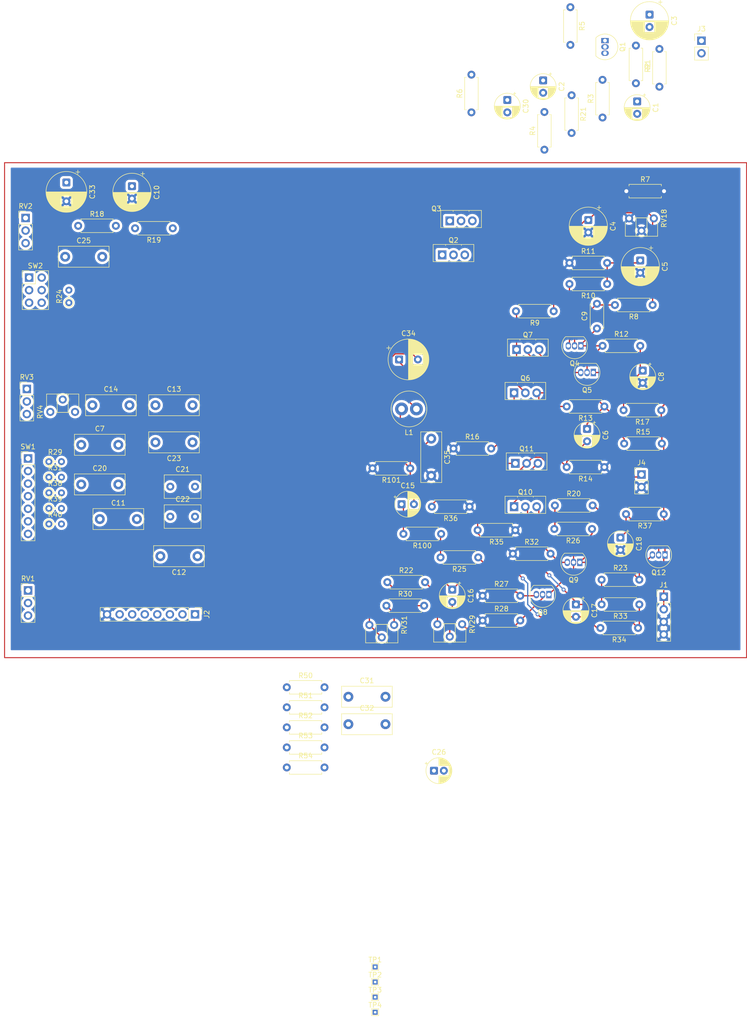
<source format=kicad_pcb>
(kicad_pcb (version 20241229) (generator "pcbnew") (generator_version "9.0")
  (title_block (date "2025-07-11"))
  (layers (0 "F.Cu" signal) (2 "B.Cu" power) (13 "F.Paste" user) (15 "B.Paste" user) (5 "F.SilkS" user "F.Silkscreen") (7 "B.SilkS" user "B.Silkscreen") (1 "F.Mask" user) (3 "B.Mask" user) (25 "Edge.Cuts" user))
  (net 0 "")
  (net 1 "Net-(J3-Pin_1)")
  (net 2 "Net-(Q1-B)")
  (net 3 "Net-(Q2-C)")
  (net 4 "Net-(Q3-B)")
  (net 5 "Net-(Q1-C)")
  (net 6 "GND")
  (net 7 "Net-(C4-Pad1)")
  (net 8 "Net-(C5-Pad1)")
  (net 9 "Net-(Q6-B)")
  (net 10 "Net-(Q7-C)")
  (net 11 "Net-(C7-Pad1)")
  (net 12 "Net-(J2-Pin_6)")
  (net 13 "Net-(Q5-C)")
  (net 14 "Net-(Q4-B)")
  (net 15 "Net-(Q4-C)")
  (net 16 "Net-(C10-Pad1)")
  (net 17 "Net-(C11-Pad2)")
  (net 18 "Net-(J2-Pin_2)")
  (net 19 "Net-(C12-Pad1)")
  (net 20 "Net-(J2-Pin_3)")
  (net 21 "Net-(J2-Pin_4)")
  (net 22 "Net-(C13-Pad1)")
  (net 23 "Net-(C14-Pad1)")
  (net 24 "Net-(J2-Pin_5)")
  (net 25 "Net-(C15-Pad2)")
  (net 26 "Net-(C15-Pad1)")
  (net 27 "Net-(C16-Pad2)")
  (net 28 "Net-(J4-Pin_1)")
  (net 29 "Net-(Q10-C)")
  (net 30 "Net-(Q11-B)")
  (net 31 "Net-(Q12-B)")
  (net 32 "Net-(C20-Pad1)")
  (net 33 "Net-(J2-Pin_7)")
  (net 34 "Net-(C25-Pad1)")
  (net 35 "Net-(C25-Pad2)")
  (net 36 "Net-(Q2-E)")
  (net 37 "Net-(C30-Pad2)")
  (net 38 "Net-(C31-Pad1)")
  (net 39 "Net-(C31-Pad2)")
  (net 40 "Net-(C32-Pad2)")
  (net 41 "Net-(Q6-C)")
  (net 42 "Net-(C34-Pad2)")
  (net 43 "+24V")
  (net 44 "Net-(Q1-E)")
  (net 45 "Net-(Q3-E)")
  (net 46 "Net-(Q4-E)")
  (net 47 "Net-(Q5-E)")
  (net 48 "Net-(Q6-E)")
  (net 49 "Net-(Q8-E)")
  (net 50 "Net-(Q8-B)")
  (net 51 "Net-(Q8-C)")
  (net 52 "Net-(Q12-E)")
  (net 53 "Net-(Q10-B)")
  (net 54 "Net-(Q11-E)")
  (net 55 "Net-(R21-Pad2)")
  (net 56 "Net-(R18-Pad2)")
  (net 57 "Net-(SW2B-B)")
  (net 58 "Net-(R20-Pad1)")
  (net 59 "Net-(R22-Pad2)")
  (net 60 "Net-(R22-Pad1)")
  (net 61 "Net-(R23-Pad1)")
  (net 62 "Net-(SW2A-C)")
  (net 63 "Net-(SW2A-A)")
  (net 64 "Net-(R100-Pad1)")
  (net 65 "Net-(R30-Pad1)")
  (net 66 "Net-(SW2A-B)")
  (net 67 "Net-(RV3-Pad2)")
  (net 68 "Net-(RV4-Pad2)")
  (footprint "Capacitor_THT:C_Rect_L10.0mm_W4.0mm_P7.50mm_MKS4" (layer "F.Cu") (at 168.25 95.75 -90)
    (property "Reference" "C35")
    (property "Value" "10n")
  )
  (footprint "Resistor_THT:R_Axial_DIN0207_L6.3mm_D2.5mm_P7.62mm_Horizontal" (layer "F.Cu") (at 209.625 16.330112 -90)
    (property "Reference" "R1")
    (property "Value" "10k")
  )
  (footprint "Resistor_THT:R_Axial_DIN0207_L6.3mm_D2.5mm_P7.62mm_Horizontal" (layer "F.Cu") (at 170.25 115 180)
    (property "Reference" "R100")
    (property "Value" "1k3")
  )
  (footprint "TestPoint:TestPoint_THTPad_1.0x1.0mm_Drill0.5mm" (layer "F.Cu") (at 156.91 202.49)
    (property "Reference" "TP1")
    (property "Value" "1.1V")
  )
  (footprint "Connector_PinHeader_2.54mm:PinHeader_1x03_P2.54mm_Vertical" (layer "F.Cu") (at 86.75 126.42)
    (property "Reference" "RV1")
    (property "Value" "10k")
  )
  (footprint "Capacitor_THT:CP_Radial_D8.0mm_P3.80mm" (layer "F.Cu") (at 161.75 79.75)
    (property "Reference" "C34")
    (property "Value" "100u")
  )
  (footprint "Package_TO_SOT_THT:TO-126-3_Vertical" (layer "F.Cu") (at 185 109.5)
    (property "Reference" "Q10")
    (property "Value" "BD139")
  )
  (footprint "Resistor_THT:R_Axial_DIN0204_L3.6mm_D1.6mm_P2.54mm_Vertical" (layer "F.Cu") (at 90.96 103.55)
    (property "Reference" "R31")
    (property "Value" "4M7")
  )
  (footprint "Resistor_THT:R_Axial_DIN0207_L6.3mm_D2.5mm_P7.62mm_Horizontal" (layer "F.Cu") (at 178.63 127.5)
    (property "Reference" "R27")
    (property "Value" "39k")
  )
  (footprint "Capacitor_THT:CP_Radial_D5.0mm_P2.50mm" (layer "F.Cu") (at 197.5 129.25 -90)
    (property "Reference" "C17")
    (property "Value" "10u")
  )
  (footprint "Connector_PinHeader_2.54mm:PinHeader_1x03_P2.54mm_Vertical" (layer "F.Cu") (at 86.25 51.17)
    (property "Reference" "RV2")
    (property "Value" "2k5")
  )
  (footprint "Resistor_THT:R_Axial_DIN0207_L6.3mm_D2.5mm_P7.62mm_Horizontal" (layer "F.Cu") (at 139.05 145.99)
    (property "Reference" "R50")
    (property "Value" "750R")
  )
  (footprint "Resistor_THT:R_Axial_DIN0207_L6.3mm_D2.5mm_P7.62mm_Horizontal" (layer "F.Cu") (at 196.19 60.25)
    (property "Reference" "R11")
    (property "Value" "2k")
  )
  (footprint "Capacitor_THT:C_Rect_L10.0mm_W4.0mm_P7.50mm_MKS4" (layer "F.Cu") (at 99.75 89)
    (property "Reference" "C14")
    (property "Value" "100n")
  )
  (footprint "Resistor_THT:R_Axial_DIN0204_L3.6mm_D1.6mm_P2.54mm_Vertical" (layer "F.Cu") (at 90.96 106.7)
    (property "Reference" "R38")
    (property "Value" "4M7")
  )
  (footprint "TestPoint:TestPoint_THTPad_1.0x1.0mm_Drill0.5mm" (layer "F.Cu") (at 156.91 205.54)
    (property "Reference" "TP2")
    (property "Value" "TRIM/SYM")
  )
  (footprint "Resistor_THT:R_Axial_DIN0207_L6.3mm_D2.5mm_P7.62mm_Horizontal" (layer "F.Cu") (at 176 109.5 180)
    (property "Reference" "R36")
    (property "Value" "10R")
  )
  (footprint "Capacitor_THT:C_Rect_L10.0mm_W4.0mm_P7.50mm_MKS4" (layer "F.Cu") (at 121 119.5 180)
    (property "Reference" "C12")
    (property "Value" "33n")
  )
  (footprint "TestPoint:TestPoint_THTPad_1.0x1.0mm_Drill0.5mm" (layer "F.Cu") (at 156.91 211.64)
    (property "Reference" "TP4")
    (property "Value" "GND")
  )
  (footprint "Resistor_THT:R_Axial_DIN0207_L6.3mm_D2.5mm_P7.62mm_Horizontal" (layer "F.Cu") (at 193 70 180)
    (property "Reference" "R9")
    (property "Value" "3k9")
  )
  (footprint "Capacitor_THT:CP_Radial_D8.0mm_P3.80mm" (layer "F.Cu") (at 94.5 44 -90)
    (property "Reference" "C33")
    (property "Value" "100u")
  )
  (footprint "Connector_PinHeader_2.54mm:PinHeader_1x07_P2.54mm_Vertical" (layer "F.Cu") (at 86.75 99.76)
    (property "Reference" "SW1")
    (property "Value" "SW_Rotary_2x6")
  )
  (footprint "Capacitor_THT:CP_Radial_D5.0mm_P2.50mm" (layer "F.Cu") (at 183.625 27.330112 -90)
    (property "Reference" "C30")
    (property "Value" "22u")
  )
  (footprint "Resistor_THT:R_Axial_DIN0207_L6.3mm_D2.5mm_P7.62mm_Horizontal" (layer "F.Cu") (at 176.375 29.830112 90)
    (property "Reference" "R6")
    (property "Value" "30R")
  )
  (footprint "Capacitor_THT:C_Rect_L10.0mm_W4.0mm_P7.50mm_MKS4" (layer "F.Cu") (at 151.5 147.9)
    (property "Reference" "C31")
    (property "Value" "470n")
  )
  (footprint "Potentiometer_THT:Potentiometer_ACP_CA6-H2,5_Horizontal" (layer "F.Cu") (at 91.25 90.35 90)
    (property "Reference" "RV4")
    (property "Value" "5k")
  )
  (footprint "Resistor_THT:R_Axial_DIN0207_L6.3mm_D2.5mm_P7.62mm_Horizontal" (layer "F.Cu") (at 164 101.75 180)
    (property "Reference" "R101")
    (property "Value" "620R")
  )
  (footprint "Resistor_THT:R_Axial_DIN0204_L3.6mm_D1.6mm_P2.54mm_Vertical" (layer "F.Cu") (at 90.96 109.85)
    (property "Reference" "R39")
    (property "Value" "4M7")
  )
  (footprint "Capacitor_THT:CP_Radial_D5.0mm_P2.50mm" (layer "F.Cu") (at 172.5 126.25 -90)
    (property "Reference" "C16")
    (property "Value" "22u")
  )
  (footprint "Package_TO_SOT_THT:TO-92_Inline" (layer "F.Cu") (at 201.02 82.39 180)
    (property "Reference" "Q5")
    (property "Value" "BC549")
  )
  (footprint "Package_TO_SOT_THT:TO-92_Inline" (layer "F.Cu") (at 203.375 15.330112 -90)
    (property "Reference" "Q1")
    (property "Value" "BC549")
  )
  (footprint "Capacitor_THT:CP_Radial_D7.5mm_P2.50mm" (layer "F.Cu") (at 200 51.588606 -90)
    (property "Reference" "C4")
    (property "Value" "47u")
  )
  (footprint "Resistor_THT:R_Axial_DIN0207_L6.3mm_D2.5mm_P7.62mm_Horizontal" (layer "F.Cu") (at 139.05 150.04)
    (property "Reference" "R51")
    (property "Value" "750R")
  )
  (footprint "Resistor_THT:R_Axial_DIN0207_L6.3mm_D2.5mm_P7.62mm_Horizontal" (layer "F.Cu") (at 203.25 101.5 180)
    (property "Reference" "R14")
    (property "Value" "820R")
  )
  (footprint "Capacitor_THT:C_Rect_L10.0mm_W4.0mm_P7.50mm_MKS4" (layer "F.Cu") (at 120 96.5 180)
    (property "Reference" "C23")
    (property "Value" "10n")
  )
  (footprint "Resistor_THT:R_Axial_DIN0207_L6.3mm_D2.5mm_P7.62mm_Horizontal" (layer "F.Cu") (at 159.38 124.75)
    (property "Reference" "R22")
    (property "Value" "1k2")
  )
  (footprint "Resistor_THT:R_Axial_DIN0204_L3.6mm_D1.6mm_P2.54mm_Vertical" (layer "F.Cu") (at 90.96 100.4)
    (property "Reference" "R29")
    (property "Value" "4M7")
  )
  (footprint "Capacitor_THT:CP_Radial_D7.5mm_P2.50mm" (layer "F.Cu") (at 107.75 44.75 -90)
    (property "Reference" "C10")
    (property "Value" "47u")
  )
  (footprint "Capacitor_THT:C_Rect_L10.0mm_W4.0mm_P7.50mm_MKS4" (layer "F.Cu") (at 97.5 97)
    (property "Reference" "C7")
    (property "Value" "150n")
  )
  (footprint "Package_TO_SOT_THT:TO-126-3_Vertical" (layer "F.Cu") (at 170.47 58.625)
    (property "Reference" "Q2")
    (property "Value" "BD139")
  )
  (footprint "Resistor_THT:R_Axial_DIN0207_L6.3mm_D2.5mm_P7.62mm_Horizontal" (layer "F.Cu") (at 202.875 30.875 90)
    (property "Reference" "R3")
    (property "Value" "15k")
  )
  (footprint "Resistor_THT:R_Axial_DIN0204_L3.6mm_D1.6mm_P2.54mm_Vertical" (layer "F.Cu") (at 90.96 113)
    (property "Reference" "R40")
    (property "Value" "4M7")
  )
  (footprint "Inductor_THT:L_Radial_D7.0mm_P3.00mm" (layer "F.Cu") (at 165.25 89.75 180)
    (property "Reference" "L1")
    (property "Value" "5m6")
  )
  (footprint "Resistor_THT:R_Axial_DIN0207_L6.3mm_D2.5mm_P7.62mm_Horizontal" (layer "F.Cu") (at 210.31 129.25 180)
    (property "Reference" "R33")
    (property "Value" "10R")
  )
  (footprint "Resistor_THT:R_Axial_DIN0207_L6.3mm_D2.5mm_P7.62mm_Horizontal" (layer "F.Cu") (at 207.25 96.75)
    (property "Reference" "R15")
    (property "Value" "51R")
  )
  (footprint "Capacitor_THT:C_Disc_D4.7mm_W2.5mm_P5.00mm" (layer "F.Cu") (at 201.75 73.5 90)
    (property "Reference" "C9")
    (property "Value" "47p")
  )
  (footprint "Package_TO_SOT_THT:TO-92_Inline" (layer "F.Cu") (at 215.5 119.25 180)
    (property "Reference" "Q12")
    (property "Value" "BC549")
  )
  (footprint "Resistor_THT:R_Axial_DIN0204_L3.6mm_D1.6mm_P2.54mm_Vertical" (layer "F.Cu") (at 95 68.29 90)
    (property "Reference" "R24")
    (property "Value" "4M7")
  )
  (footprint "Capacitor_THT:C_Rect_L10.0mm_W4.0mm_P7.50mm_MKS4" (layer "F.Cu") (at 101.25 112)
    (property "Reference" "C11")
    (property "Value" "22n")
  )
  (footprint "Resistor_THT:R_Axial_DIN0207_L6.3mm_D2.5mm_P7.62mm_Horizontal" (layer "F.Cu") (at 159.19 129.5)
    (property "Reference" "R30")
    (property "Value" "1k2")
  )
  (footprint "Capacitor_THT:C_Rect_L7.2mm_W4.5mm_P5.00mm_FKS2_FKP2_MKS2_MKP2" (layer "F.Cu") (at 115.5 105.45)
    (property "Reference" "C21")
    (property "Value" "4n7")
  )
  (footprint "Resistor_THT:R_Axial_DIN0207_L6.3mm_D2.5mm_P7.62mm_Horizontal" (layer "F.Cu") (at 202.88 77)
    (property "Reference" "R12")
    (property "Value" "68k")
  )
  (footprint "Connector_PinHeader_2.54mm:PinHeader_1x08_P2.54mm_Vertical" (layer "F.Cu") (at 120.5 131.25 -90)
    (property "Reference" "J2")
    (property "Value" "Conn_01x08_Pin")
  )
  (footprint "Connector_PinHeader_2.54mm:PinHeader_1x02_P2.54mm_Vertical" (layer "F.Cu") (at 210.75 103)
    (property "Reference" "J4")
    (property "Value" "AUDIO_OUT")
  )
  (footprint "Resistor_THT:R_Axial_DIN0207_L6.3mm_D2.5mm_P7.62mm_Horizontal" (layer "F.Cu") (at 203.81 64.5 180)
    (property "Reference" "R10")
    (property "Value" "100R")
  )
  (footprint "Resistor_THT:R_Axial_DIN0207_L6.3mm_D2.5mm_P7.62mm_Horizontal" (layer "F.Cu") (at 214.75 90 180)
    (property "Reference" "R17")
    (property "Value" "100R")
  )
  (footprint "Resistor_THT:R_Axial_DIN0207_L6.3mm_D2.5mm_P7.62mm_Horizontal" (layer "F.Cu") (at 116 53.25 180)
    (property "Reference" "R19")
    (property "Value" "1k2")
  )
  (footprint "Resistor_THT:R_Axial_DIN0207_L6.3mm_D2.5mm_P7.62mm_Horizontal" (layer "F.Cu") (at 213 68.75 180)
    (property "Reference" "R8")
    (property "Value" "6k2")
  )
  (footprint "Capacitor_THT:C_Rect_L10.0mm_W4.0mm_P7.50mm_MKS4" (layer "F.Cu") (at 94.25 59)
    (property "Reference" "C25")
    (property "Value" "10n")
  )
  (footprint "Resistor_THT:R_Axial_DIN0207_L6.3mm_D2.5mm_P7.62mm_Horizontal" (layer "F.Cu") (at 207.69 45.75)
    (property "Reference" "R7")
    (property "Value" "33R")
  )
  (footprint "Connector_PinHeader_2.54mm:PinHeader_1x03_P2.54mm_Vertical" (layer "F.Cu") (at 86.5 85.71)
    (property "Reference" "RV3")
    (property "Value" "100k")
  )
  (footprint "Capacitor_THT:CP_Radial_D5.0mm_P2.50mm" (layer "F.Cu") (at 209.875 27.625 -90)
    (property "Reference" "C1")
    (property "Value" "4u7")
  )
  (footprint "Resistor_THT:R_Axial_DIN0207_L6.3mm_D2.5mm_P7.62mm_Horizontal" (layer "F.Cu") (at 214.375 24.640112 90)
    (property "Reference" "R2")
    (property "Value" "12k")
  )
  (footprint "Resistor_THT:R_Axial_DIN0207_L6.3mm_D2.5mm_P7.62mm_Horizontal" (layer "F.Cu") (at 172.75 97.75)
    (property "Reference" "R16")
    (property "Value" "22R")
  )
  (footprint "Resistor_THT:R_Axial_DIN0207_L6.3mm_D2.5mm_P7.62mm_Horizontal" (layer "F.Cu") (at 139.05 154.09)
    (property "Reference" "R52")
    (property "Value" "1k3")
  )
  (footprint "Package_TO_SOT_THT:TO-126-3_Vertical" (layer "F.Cu") (at 185.25 100.75)
    (property "Reference" "Q11")
    (property "Value" "BD139")
  )
  (footprint "Capacitor_THT:C_Rect_L10.0mm_W4.0mm_P7.50mm_MKS4" (layer "F.Cu") (at 151.5 153.45)
    (property "Reference" "C32")
    (property "Value" "470n")
  )
  (footprint "Resistor_THT:R_Axial_DIN0207_L6.3mm_D2.5mm_P7.62mm_Horizontal" (layer "F.Cu") (at 193.25 109.25)
    (property "Reference" "R20")
    (property "Value" "100k")
  )
  (footprint "Potentiometer_THT:Potentiometer_ACP_CA6-H2,5_Horizontal" (layer "F.Cu") (at 174.5 133.25 -90)
    (property "Reference" "RV29")
    (property "Value" "5k")
  )
  (footprint "Resistor_THT:R_Axial_DIN0207_L6.3mm_D2.5mm_P7.62mm_Horizontal" (layer "F.Cu") (at 139.05 158.14)
    (property "Reference" "R53")
    (property "Value" "3k3")
  )
  (footprint "Capacitor_THT:CP_Radial_D5.0mm_P2.50mm" (layer "F.Cu") (at 190.875 23.375 -90)
    (property "Reference" "C2")
    (property "Value" "4u7")
  )
  (footprint "Capacitor_THT:CP_Radial_D5.0mm_P2.00mm" (layer "F.Cu") (at 168.79955 162.84)
    (property "Reference" "C26")
    (property "Value" "4u7")
  )
  (footprint "Package_TO_SOT_THT:TO-126-3_Vertical" (layer "F.Cu") (at 185 86.5)
    (property "Reference" "Q6")
    (property "Value" "BD139")
  )
  (footprint "Resistor_THT:R_Axial_DIN0207_L6.3mm_D2.5mm_P7.62mm_Horizontal" (layer "F.Cu") (at 96.88 52.75)
    (property "Reference" "R18")
    (property "Value" "1k3")
  )
  (footprint "Capacitor_THT:CP_Radial_D5.0mm_P2.50mm" (layer "F.Cu") (at 211 82 -90)
    (property "Reference" "C8")
    (property "Value" "22u")
  )
  (footprint "Resistor_THT:R_Axial_DIN0207_L6.3mm_D2.5mm_P7.62mm_Horizontal" (layer "F.Cu") (at 177.75 119.75 180)
    (property "Reference" "R25")
    (property "Value" "12k")
  )
  (footprint "Resistor_THT:R_Axial_DIN0207_L6.3mm_D2.5mm_P7.62mm_Horizontal" (layer "F.Cu") (at 139.05 162.19)
    (property "Reference" "R54")
    (property "Value" "1k3")
  )
  (footprint "Package_TO_SOT_THT:TO-92_Inline" (layer "F.Cu") (at 198.29 120.75 180)
    (property "Reference" "Q9")
    (property "Value" "BC549")
  )
  (footprint "Capacitor_THT:C_Rect_L10.0mm_W4.0mm_P7.50mm_MKS4" (layer "F.Cu") (at 97.5 105)
    (property "Reference" "C20")
    (property "Value" "220n")
  )
  (footprint "Resistor_THT:R_Axial_DIN0207_L6.3mm_D2.5mm_P7.62mm_Horizontal" (layer "F.Cu") (at 184.75 119)
    (property "Reference" "R32")
    (property "Value" "51k")
  )
  (footprint "Connector_PinHeader_2.54mm:PinHeader_1x04_P2.54mm_Vertical" (layer "F.Cu") (at 215.25 127.69)
    (property "Reference" "J1")
    (property "Value" "PWR_IN")
  )
  (footprint "Capacitor_THT:CP_Radial_D5.0mm_P2.50mm" (layer "F.Cu") (at 199.75 93.794888 -90)
    (property "Reference" "C6")
    (property "Value" "4u7")
  )
  (footprint "Connector_PinHeader_2.54mm:PinHeader_2x03_P2.54mm_Vertical" (layer "F.Cu") (at 86.96 63.21)
    (property "Reference" "SW2")
    (property "Value" "SW_DPDT_x2")
  )
  (footprint "Capacitor_THT:C_Rect_L7.2mm_W4.5mm_P5.00mm_FKS2_FKP2_MKS2_MKP2" (layer "F.Cu") (at 115.5 111.5)
    (property "Reference" "C22")
    (property "Value" "4n7")
  )
  (footprint "Resistor_THT:R_Axial_DIN0207_L6.3mm_D2.5mm_P7.62mm_Horizontal" (layer "F.Cu") (at 210.06 134 180)
    (property "Reference" "R34")
    (property "Value" "12k")
  )
  (footprint "Potentiometer_THT:Potentiometer_ACP_CA6-H2,5_Horizontal" (layer "F.Cu") (at 213.25 51.25 -90)
    (property "Reference" "RV18")
    (property "Value" "5k")
  )
  (footprint "Resistor_THT:R_Axial_DIN0207_L6.3mm_D2.5mm_P7.62mm_Horizontal" (layer "F.Cu") (at 200.75 114 180)
    (property "Reference" "R26")
    (property "Value" "100k")
  )
  (footprint "Package_TO_SOT_THT:TO-126-3_Vertical" (layer "F.Cu") (at 185.5 77.75)
    (property "Reference" "Q7")
    (property "Value" "BD139")
  )
  (footprint "Capacitor_THT:CP_Radial_D7.5mm_P2.50mm" (layer "F.Cu") (at 210.5 59.75 -90)
    (property "Reference" "C5")
    (property "Value" "47u")
  )
  (footprint "TestPoint:TestPoint_THTPad_1.0x1.0mm_Drill0.5mm" (layer "F.Cu") (at 156.91 208.59)
    (property "Reference" "TP3")
    (property "Value" "24V")
  )
  (footprint "Resistor_THT:R_Axial_DIN0207_L6.3mm_D2.5mm_P7.62mm_Horizontal" (layer "F.Cu") (at 203.25 89.25 180)
    (property "Reference" "R13")
    (property "Value" "20k")
  )
  (footprint "Potentiometer_THT:Potentiometer_ACP_CA6-H2,5_Horizontal" (layer "F.Cu") (at 160.75 133.4 -90)
    (property "Reference" "RV31")
    (property "Value" "5k")
  )
  (footprint "Capacitor_THT:CP_Radial_D7.5mm_P2.50mm" (layer "F.Cu") (at 212.375 10.080112 -90)
    (property "Reference" "C3")
    (property "Value" "47u")
  )
  (footprint "Capacitor_THT:CP_Radial_D5.0mm_P2.50mm" (layer "F.Cu") (at 206.5 115.75 -90)
    (property "Reference" "C18")
    (property "Value" "22u")
  )
  (footprint "Resistor_THT:R_Axial_DIN0207_L6.3mm_D2.5mm_P7.62mm_Horizontal" (layer "F.Cu") (at 178.63 132.5)
    (property "Reference" "R28")
    (property "Value" "3k3")
  )
  (footprint "Resistor_THT:R_Axial_DIN0207_L6.3mm_D2.5mm_P7.62mm_Horizontal" (layer "F.Cu") (at 215.25 111 180)
    (property "Reference" "R37")
    (property "Value" "1k")
  )
  (footprint "Package_TO_SOT_THT:TO-92_Inline" (layer "F.Cu") (at 198.5 77 180)
    (property "Reference" "Q4")
    (property "Value" "BC549")
  )
  (footprint "Package_TO_SOT_THT:TO-92_Inline" (layer "F.Cu") (at 192.04 127.25 180)
    (property "Reference" "Q8")
    (property "Value" "BC549")
  )
  (footprint "Resistor_THT:R_Axial_DIN0207_L6.3mm_D2.5mm_P7.62mm_Horizontal" (layer "F.Cu") (at 196.375 8.580112 -90)
    (property "Reference" "R5")
    (property "Value" "30R")
  )
  (footprint "Package_TO_SOT_THT:TO-126-3_Vertical" (layer "F.Cu") (at 172 51.75)
    (property "Reference" "Q3")
    (property "Value" "BD139")
  )
  (footprint "Resistor_THT:R_Axial_DIN0207_L6.3mm_D2.5mm_P7.62mm_Horizontal" (layer "F.Cu") (at 191.125 37.375 90)
    (property "Reference" "R4")
    (property "Value" "820R")
  )
  (footprint "Connector_PinHeader_2.54mm:PinHeader_1x02_P2.54mm_Vertical" (layer "F.Cu") (at 222.875 15.35)
    (property "Reference" "J3")
    (property "Value" "AUDIO_IN")
  )
  (footprint "Resistor_THT:R_Axial_DIN0207_L6.3mm_D2.5mm_P7.62mm_Horizontal" (layer "F.Cu") (at 196.625 26.375 -90)
    (property "Reference" "R21")
    (property "Value" "1k")
  )
  (footprint "Resistor_THT:R_Axial_DIN0207_L6.3mm_D2.5mm_P7.62mm_Horizontal" (layer "F.Cu") (at 202.69 124.25)
    (property "Reference" "R23")
    (property "Value" "10R")
  )
  (footprint "Resistor_THT:R_Axial_DIN0207_L6.3mm_D2.5mm_P7.62mm_Horizontal" (layer "F.Cu") (at 185.25 114.25 180)
    (property "Reference" "R35")
    (property "Value" "820R")
  )
  (footprint "Capacitor_THT:C_Rect_L10.0mm_W4.0mm_P7.50mm_MKS4" (layer "F.Cu") (at 112.5 89)
    (property "Reference" "C13")
    (property "Value" "47n")
  )
  (footprint "Capacitor_THT:CP_Radial_D5.0mm_P2.50mm" (layer "F.Cu") (at 162.25 109)
    (property "Reference" "C15")
    (property "Value" "33u")
  )
  (gr_rect (start 82 40) (end 232 140) (stroke (width 0.2)) (fill no) (layer "F.Cu"))
  (segment (start 200 51.588606) (end 199.911394 51.5) (width 0.254) (layer "F.Cu") (net 7))
  (segment (start 199.5 51.5) (end 193 58) (width 0.254) (layer "F.Cu") (net 7))
  (segment (start 193 58) (end 193 70) (width 0.254) (layer "F.Cu") (net 7))
  (segment (start 201.476606 50.112) (end 212.112 50.112) (width 0.254) (layer "F.Cu") (net 7))
  (segment (start 213 51.5) (end 213.25 51.25) (width 0.254) (layer "F.Cu") (net 7))
  (segment (start 200 51.588606) (end 201.476606 50.112) (width 0.254) (layer "F.Cu") (net 7))
  (segment (start 199.911394 51.5) (end 199.5 51.5) (width 0.254) (layer "F.Cu") (net 7))
  (segment (start 213 68.75) (end 213 51.5) (width 0.254) (layer "F.Cu") (net 7))
  (segment (start 212.112 50.112) (end 213.25 51.25) (width 0.254) (layer "F.Cu") (net 7))
  (segment (start 203.81 60.25) (end 210 60.25) (width 0.254) (layer "F.Cu") (net 8))
  (segment (start 210 60.25) (end 210.5 59.75) (width 0.254) (layer "F.Cu") (net 8))
  (segment (start 203.81 64.5) (end 203.81 60.25) (width 0.254) (layer "F.Cu") (net 8))
  (segment (start 191.5 86.5) (end 189.56 86.5) (width 0.254) (layer "F.Cu") (net 9))
  (segment (start 195.63 100.414888) (end 195.63 101.5) (width 0.254) (layer "F.Cu") (net 9))
  (segment (start 195.63 101.5) (end 190 95.87) (width 0.254) (layer "F.Cu") (net 9))
  (segment (start 190 86.94) (end 189.56 86.5) (width 0.254) (layer "F.Cu") (net 9))
  (segment (start 190 95.87) (end 190 86.94) (width 0.254) (layer "F.Cu") (net 9))
  (segment (start 194.25 89.25) (end 191.5 86.5) (width 0.254) (layer "F.Cu") (net 9))
  (segment (start 199.75 96.294888) (end 195.63 100.414888) (width 0.254) (layer "F.Cu") (net 9))
  (segment (start 195.63 89.25) (end 194.25 89.25) (width 0.254) (layer "F.Cu") (net 9))
  (segment (start 205.75 94.25) (end 205.75 91.75) (width 0.254) (layer "F.Cu") (net 10))
  (segment (start 187.78 78.53) (end 196.728 87.478) (width 0.254) (layer "F.Cu") (net 10))
  (segment (start 187.78 77.75) (end 187.78 78.53) (width 0.254) (layer "F.Cu") (net 10))
  (segment (start 201.478 87.478) (end 203.25 89.25) (width 0.254) (layer "F.Cu") (net 10))
  (segment (start 207.25 95.75) (end 205.75 94.25) (width 0.254) (layer "F.Cu") (net 10))
  (segment (start 203.69 88.81) (end 203.25 89.25) (width 0.254) (layer "F.Cu") (net 10))
  (segment (start 199.75 93.794888) (end 199.75 92.75) (width 0.254) (layer "F.Cu") (net 10))
  (segment (start 207.25 96.75) (end 207.25 95.75) (width 0.254) (layer "F.Cu") (net 10))
  (segment (start 199.75 92.75) (end 203.25 89.25) (width 0.254) (layer "F.Cu") (net 10))
  (segment (start 205.75 91.75) (end 203.25 89.25) (width 0.254) (layer "F.Cu") (net 10))
  (segment (start 196.728 87.478) (end 201.478 87.478) (width 0.254) (layer "F.Cu") (net 10))
  (segment (start 201.02 82.39) (end 203.65 82.39) (width 0.254) (layer "F.Cu") (net 13))
  (segment (start 203.65 82.39) (end 207.13 85.87) (width 0.254) (layer "F.Cu") (net 13))
  (segment (start 210.5 77) (end 210.5 81.5) (width 0.254) (layer "F.Cu") (net 13))
  (segment (start 210.5 81.5) (end 211 82) (width 0.254) (layer "F.Cu") (net 13))
  (segment (start 211 82) (end 207.13 85.87) (width 0.254) (layer "F.Cu") (net 13))
  (segment (start 207.13 85.87) (end 207.13 90) (width 0.254) (layer "F.Cu") (net 13))
  (segment (start 205.38 68.75) (end 202 68.75) (width 0.254) (layer "F.Cu") (net 14))
  (segment (start 197.25 76.98) (end 197.23 77) (width 0.254) (layer "F.Cu") (net 14))
  (segment (start 202 68.75) (end 201.75 68.5) (width 0.254) (layer "F.Cu") (net 14))
  (segment (start 201.75 68.5) (end 197.23 73.02) (width 0.254) (layer "F.Cu") (net 14))
  (segment (start 197.23 73.02) (end 197.23 77) (width 0.254) (layer "F.Cu") (net 14))
  (segment (start 201.75 73.5) (end 198.5 76.75) (width 0.254) (layer "F.Cu") (net 15))
  (segment (start 198.5 76.75) (end 198.5 77) (width 0.254) (layer "F.Cu") (net 15))
  (segment (start 199.75 80.13) (end 199.75 82.39) (width 0.254) (layer "F.Cu") (net 15))
  (segment (start 202.88 77) (end 199.75 80.13) (width 0.254) (layer "F.Cu") (net 15))
  (segment (start 198.5 77) (end 202.88 77) (width 0.254) (layer "F.Cu") (net 15))
  (segment (start 164.75 109) (end 164.75 104.12) (width 0.254) (layer "F.Cu") (net 25))
  (segment (start 164 101.75) (end 162 99.75) (width 0.254) (layer "F.Cu") (net 25))
  (segment (start 164 103.37) (end 164 101.75) (width 0.254) (layer "F.Cu") (net 25))
  (segment (start 162 99.75) (end 162 90) (width 0.254) (layer "F.Cu") (net 25))
  (segment (start 164.75 104.12) (end 164 103.37) (width 0.254) (layer "F.Cu") (net 25))
  (segment (start 168.25 95.75) (end 164 100) (width 0.254) (layer "F.Cu") (net 25))
  (segment (start 164 100) (end 164 101.75) (width 0.254) (layer "F.Cu") (net 25))
  (segment (start 162 90) (end 162.25 89.75) (width 0.254) (layer "F.Cu") (net 25))
  (segment (start 162.63 109.38) (end 162.25 109) (width 0.254) (layer "F.Cu") (net 26))
  (segment (start 162.63 115) (end 162.63 109.38) (width 0.254) (layer "F.Cu") (net 26))
  (segment (start 172.5 130.75) (end 172.5 128.75) (width 0.254) (layer "F.Cu") (net 27))
  (segment (start 172 131.25) (end 172.5 130.75) (width 0.254) (layer "F.Cu") (net 27))
  (segment (start 172 135.75) (end 172 131.25) (width 0.254) (layer "F.Cu") (net 27))
  (segment (start 193.25 103.5) (end 210.25 103.5) (width 0.254) (layer "F.Cu") (net 28))
  (segment (start 168.25 122) (end 158.25 122) (width 0.254) (layer "F.Cu") (net 28))
  (segment (start 178.5 103.5) (end 174.22 107.78) (width 0.254) (layer "F.Cu") (net 28))
  (segment (start 174.22 107.78) (end 174.22 124.53) (width 0.254) (layer "F.Cu") (net 28))
  (segment (start 193.25 102.25) (end 193.25 103.5) (width 0.254) (layer "F.Cu") (net 28))
  (segment (start 188.375 105.25) (end 191.5 105.25) (width 0.254) (layer "F.Cu") (net 28))
  (segment (start 210.25 103.5) (end 210.75 103) (width 0.254) (layer "F.Cu") (net 28))
  (segment (start 185 108.625) (end 188.375 105.25) (width 0.254) (layer "F.Cu") (net 28))
  (segment (start 187.53 100.75) (end 188.758 99.522) (width 0.254) (layer "F.Cu") (net 28))
  (segment (start 187.53 100.75) (end 184.78 103.5) (width 0.254) (layer "F.Cu") (net 28))
  (segment (start 185 109.5) (end 185 108.625) (width 0.254) (layer "F.Cu") (net 28))
  (segment (start 184.78 103.5) (end 178.5 103.5) (width 0.254) (layer "F.Cu") (net 28))
  (segment (start 188.758 99.522) (end 190.522 99.522) (width 0.254) (layer "F.Cu") (net 28))
  (segment (start 172.5 126.25) (end 168.25 122) (width 0.254) (layer "F.Cu") (net 28))
  (segment (start 191.5 105.25) (end 193.25 103.5) (width 0.254) (layer "F.Cu") (net 28))
  (segment (start 155.75 124.5) (end 155.75 133.4) (width 0.254) (layer "F.Cu") (net 28))
  (segment (start 174.22 124.53) (end 172.5 126.25) (width 0.254) (layer "F.Cu") (net 28))
  (segment (start 158.25 122) (end 155.75 124.5) (width 0.254) (layer "F.Cu") (net 28))
  (segment (start 155.75 133.4) (end 158.25 135.9) (width 0.254) (layer "F.Cu") (net 28))
  (segment (start 190.522 99.522) (end 193.25 102.25) (width 0.254) (layer "F.Cu") (net 28))
  (segment (start 210.31 133.75) (end 210.06 134) (width 0.254) (layer "F.Cu") (net 29))
  (segment (start 187.72 109.94) (end 187.28 109.5) (width 0.254) (layer "F.Cu") (net 29))
  (segment (start 192.125 123.375) (end 187.72 118.97) (width 0.254) (layer "F.Cu") (net 29))
  (segment (start 195 126.25) (end 197.5 128.75) (width 0.254) (layer "F.Cu") (net 29))
  (segment (start 207.81 131.75) (end 210.06 134) (width 0.254) (layer "F.Cu") (net 29))
  (segment (start 202 131.75) (end 207.81 131.75) (width 0.254) (layer "F.Cu") (net 29))
  (segment (start 197.5 129.25) (end 199.5 129.25) (width 0.254) (layer "F.Cu") (net 29))
  (segment (start 187.72 118.97) (end 187.72 109.94) (width 0.254) (layer "F.Cu") (net 29))
  (segment (start 197.5 128.75) (end 197.5 129.25) (width 0.254) (layer "F.Cu") (net 29))
  (segment (start 210.31 129.25) (end 210.31 133.75) (width 0.254) (layer "F.Cu") (net 29))
  (segment (start 199.5 129.25) (end 202 131.75) (width 0.254) (layer "F.Cu") (net 29))
  (via (at 192.125 123.375) (size 0.8) (drill 0.4) (layers "F.Cu" "B.Cu") (net 29))
  (via (at 195 126.25) (size 0.8) (drill 0.4) (layers "F.Cu" "B.Cu") (net 29))
  (segment (start 195 126.25) (end 192.125 123.375) (width 0.254) (layer "B.Cu") (net 29))
  (segment (start 189.75 131.25) (end 190.25 131.75) (width 0.254) (layer "F.Cu") (net 30))
  (segment (start 177.63 114.25) (end 177.63 114.88) (width 0.254) (layer "F.Cu") (net 30))
  (segment (start 190.25 131.75) (end 197.5 131.75) (width 0.254) (layer "F.Cu") (net 30))
  (segment (start 202.19 134.25) (end 202.44 134) (width 0.254) (layer "F.Cu") (net 30))
  (segment (start 197.5 131.75) (end 199.5 131.75) (width 0.254) (layer "F.Cu") (net 30))
  (segment (start 177.63 112.87) (end 177.63 114.25) (width 0.254) (layer "F.Cu") (net 30))
  (segment (start 202 134.25) (end 202.19 134.25) (width 0.254) (layer "F.Cu") (net 30))
  (segment (start 177.63 114.88) (end 186.75 124) (width 0.254) (layer "F.Cu") (net 30))
  (segment (start 189.81 100.75) (end 189.75 100.75) (width 0.254) (layer "F.Cu") (net 30))
  (segment (start 199.5 131.75) (end 202 134.25) (width 0.254) (layer "F.Cu") (net 30))
  (segment (start 189.75 100.75) (end 177.63 112.87) (width 0.254) (layer "F.Cu") (net 30))
  (via (at 186.75 124) (size 0.8) (drill 0.4) (layers "F.Cu" "B.Cu") (net 30))
  (via (at 189.75 131.25) (size 0.8) (drill 0.4) (layers "F.Cu" "B.Cu") (net 30))
  (segment (start 189.75 131.25) (end 187.75 129.25) (width 0.254) (layer "B.Cu") (net 30))
  (segment (start 187.75 129.25) (end 187.75 125) (width 0.254) (layer "B.Cu") (net 30))
  (segment (start 187.75 125) (end 186.75 124) (width 0.254) (layer "B.Cu") (net 30))
  (segment (start 207.63 111) (end 214.23 117.6) (width 0.254) (layer "F.Cu") (net 31))
  (segment (start 207.63 114.62) (end 206.5 115.75) (width 0.254) (layer "F.Cu") (net 31))
  (segment (start 214.23 117.6) (end 214.23 119.25) (width 0.254) (layer "F.Cu") (net 31))
  (segment (start 207.63 111) (end 207.63 114.62) (width 0.254) (layer "F.Cu") (net 31))
  (segment (start 185.5 70.12) (end 185.38 70) (width 0.254) (layer "F.Cu") (net 41))
  (segment (start 184.75 84.25) (end 184.75 83) (width 0.254) (layer "F.Cu") (net 41))
  (segment (start 185.03 84.25) (end 187.28 86.5) (width 0.254) (layer "F.Cu") (net 41))
  (segment (start 184.75 83) (end 185.5 82.25) (width 0.254) (layer "F.Cu") (net 41))
  (segment (start 185.5 77.75) (end 185.44 77.81) (width 0.254) (layer "F.Cu") (net 41))
  (segment (start 165.75 84.25) (end 184.75 84.25) (width 0.254) (layer "F.Cu") (net 41))
  (segment (start 161.75 80.25) (end 165.75 84.25) (width 0.254) (layer "F.Cu") (net 41))
  (segment (start 185.5 82.25) (end 185.5 77.75) (width 0.254) (layer "F.Cu") (net 41))
  (segment (start 184.75 84.25) (end 185.03 84.25) (width 0.254) (layer "F.Cu") (net 41))
  (segment (start 185.5 77.75) (end 185.5 70.12) (width 0.254) (layer "F.Cu") (net 41))
  (segment (start 161.75 79.75) (end 161.75 80.25) (width 0.254) (layer "F.Cu") (net 41))
  (segment (start 165.25 89.75) (end 159.25 83.75) (width 0.254) (layer "F.Cu") (net 42))
  (segment (start 158.5 81.075658) (end 160.953658 78.622) (width 0.254) (layer "F.Cu") (net 42))
  (segment (start 159.25 83.75) (end 158.5 83.75) (width 0.254) (layer "F.Cu") (net 42))
  (segment (start 158.5 83.75) (end 158.5 81.075658) (width 0.254) (layer "F.Cu") (net 42))
  (segment (start 165.55 79.75) (end 165.25 80.05) (width 0.254) (layer "F.Cu") (net 42))
  (segment (start 160.953658 78.622) (end 164.422 78.622) (width 0.254) (layer "F.Cu") (net 42))
  (segment (start 164.422 78.622) (end 165.55 79.75) (width 0.254) (layer "F.Cu") (net 42))
  (segment (start 214.87 96.75) (end 215.25 97.13) (width 0.254) (layer "F.Cu") (net 43))
  (segment (start 214.75 94.26) (end 214.87 94.38) (width 0.254) (layer "F.Cu") (net 43))
  (segment (start 215.25 97.13) (end 215.25 111) (width 0.254) (layer "F.Cu") (net 43))
  (segment (start 214.75 90) (end 214.75 94.26) (width 0.254) (layer "F.Cu") (net 43))
  (segment (start 215.31 88.94) (end 215.31 45.75) (width 0.254) (layer "F.Cu") (net 43))
  (segment (start 214.87 94.38) (end 214.87 96.75) (width 0.254) (layer "F.Cu") (net 43))
  (segment (start 215.25 111) (end 215.25 112) (width 0.254) (layer "F.Cu") (net 43))
  (segment (start 215.25 127.69) (end 215.25 130.23) (width 0.254) (layer "F.Cu") (net 43))
  (segment (start 215.25 112) (end 215.5 112.25) (width 0.254) (layer "F.Cu") (net 43))
  (segment (start 215.5 112.25) (end 215.5 119.25) (width 0.254) (layer "F.Cu") (net 43))
  (segment (start 215.25 127.69) (end 215.25 119.5) (width 0.254) (layer "F.Cu") (net 43))
  (segment (start 214.75 89.5) (end 215.31 88.94) (width 0.254) (layer "F.Cu") (net 43))
  (segment (start 215.25 119.5) (end 215.5 119.25) (width 0.254) (layer "F.Cu") (net 43))
  (segment (start 214.75 90) (end 214.75 89.5) (width 0.254) (layer "F.Cu") (net 43))
  (segment (start 196.19 76.77) (end 195.96 77) (width 0.254) (layer "F.Cu") (net 46))
  (segment (start 196.19 64.5) (end 196.19 76.77) (width 0.254) (layer "F.Cu") (net 46))
  (segment (start 198.48 82.39) (end 193.86 82.39) (width 0.254) (layer "F.Cu") (net 47))
  (segment (start 190.06 78.59) (end 190.06 77.75) (width 0.254) (layer "F.Cu") (net 47))
  (segment (start 193.86 82.39) (end 190.06 78.59) (width 0.254) (layer "F.Cu") (net 47))
  (segment (start 180.75 97.75) (end 185 93.5) (width 0.254) (layer "F.Cu") (net 48))
  (segment (start 185 93.5) (end 185 86.5) (width 0.254) (layer "F.Cu") (net 48))
  (segment (start 180.37 97.75) (end 180.75 97.75) (width 0.254) (layer "F.Cu") (net 48))
  (segment (start 185.5 126.75) (end 186.25 127.5) (width 0.254) (layer "F.Cu") (net 49))
  (segment (start 177.75 119.75) (end 184.75 126.75) (width 0.254) (layer "F.Cu") (net 49))
  (segment (start 186.25 127.5) (end 189.25 127.5) (width 0.254) (layer "F.Cu") (net 49))
  (segment (start 189.25 127.5) (end 189.5 127.25) (width 0.254) (layer "F.Cu") (net 49))
  (segment (start 184.75 126.75) (end 185.5 126.75) (width 0.254) (layer "F.Cu") (net 49))
  (segment (start 190.77 127.98) (end 190.77 127.25) (width 0.254) (layer "F.Cu") (net 50))
  (segment (start 184.690001 134.059999) (end 186.25 132.5) (width 0.254) (layer "F.Cu") (net 50))
  (segment (start 186.25 132.5) (end 190.77 127.98) (width 0.254) (layer "F.Cu") (net 50))
  (segment (start 174.5 133.25) (end 175.309999 134.059999) (width 0.254) (layer "F.Cu") (net 50))
  (segment (start 175.309999 134.059999) (end 184.690001 134.059999) (width 0.254) (layer "F.Cu") (net 50))
  (segment (start 197.02 118.73) (end 197.02 120.75) (width 0.254) (layer "F.Cu") (net 51))
  (segment (start 200.75 115) (end 197.02 118.73) (width 0.254) (layer "F.Cu") (net 51))
  (segment (start 192.04 127.25) (end 197.02 122.27) (width 0.254) (layer "F.Cu") (net 51))
  (segment (start 200.75 114) (end 200.75 115) (width 0.254) (layer "F.Cu") (net 51))
  (segment (start 197.02 122.27) (end 197.02 120.75) (width 0.254) (layer "F.Cu") (net 51))
  (segment (start 206.81 120.75) (end 210.31 124.25) (width 0.254) (layer "F.Cu") (net 52))
  (segment (start 200.87 109.25) (end 201.13 109.25) (width 0.254) (layer "F.Cu") (net 52))
  (segment (start 202.25 116.79) (end 198.29 120.75) (width 0.254) (layer "F.Cu") (net 52))
  (segment (start 202.25 110.37) (end 202.25 116.79) (width 0.254) (layer "F.Cu") (net 52))
  (segment (start 210.31 124.25) (end 210.31 121.9) (width 0.254) (layer "F.Cu") (net 52))
  (segment (start 198.29 120.75) (end 206.81 120.75) (width 0.254) (layer "F.Cu") (net 52))
  (segment (start 210.31 121.9) (end 212.96 119.25) (width 0.254) (layer "F.Cu") (net 52))
  (segment (start 201.13 109.25) (end 202.25 110.37) (width 0.254) (layer "F.Cu") (net 52))
  (segment (start 190 109.94) (end 190 116.63) (width 0.254) (layer "F.Cu") (net 53))
  (segment (start 194.12 120.75) (end 192.37 119) (width 0.254) (layer "F.Cu") (net 53))
  (segment (start 189.56 109.5) (end 190 109.94) (width 0.254) (layer "F.Cu") (net 53))
  (segment (start 195.75 120.75) (end 194.12 120.75) (width 0.254) (layer "F.Cu") (net 53))
  (segment (start 190 116.63) (end 192.37 119) (width 0.254) (layer "F.Cu") (net 53))
  (segment (start 185.25 100.75) (end 176.75 100.75) (width 0.254) (layer "F.Cu") (net 54))
  (segment (start 168.38 109.12) (end 168.38 109.5) (width 0.254) (layer "F.Cu") (net 54))
  (segment (start 176.75 100.75) (end 168.38 109.12) (width 0.254) (layer "F.Cu") (net 54))
  (segment (start 193.13 114) (end 193.25 113.88) (width 0.254) (layer "F.Cu") (net 58))
  (segment (start 193.25 113.88) (end 193.25 109.25) (width 0.254) (layer "F.Cu") (net 58))
  (segment (start 167 124.75) (end 169.5 127.25) (width 0.254) (layer "F.Cu") (net 59))
  (segment (start 169.5 127.25) (end 169.5 133.25) (width 0.254) (layer "F.Cu") (net 59))
  (segment (start 166.81 129.5) (end 164.13 129.5) (width 0.254) (layer "F.Cu") (net 60))
  (segment (start 164.13 129.5) (end 159.38 124.75) (width 0.254) (layer "F.Cu") (net 60))
  (segment (start 202.69 124.25) (end 202.69 129.25) (width 0.254) (layer "F.Cu") (net 61))
  (segment (start 170.13 115.12) (end 170.25 115) (width 0.254) (layer "F.Cu") (net 64))
  (segment (start 170.13 119.75) (end 170.13 115.12) (width 0.254) (layer "F.Cu") (net 64))
  (segment (start 160.75 131.06) (end 159.19 129.5) (width 0.254) (layer "F.Cu") (net 65))
  (segment (start 160.75 133.4) (end 160.75 131.06) (width 0.254) (layer "F.Cu") (net 65))
  (zone (net 6) (net_name "GND") (layer "B.Cu") (connect_pads (clearance 0.5)) (min_thickness 0.25) (fill yes (thermal_gap 0.5) (thermal_bridge_width 0.5))
    (polygon (pts (xy 83.25 41) (xy 230.75 41) (xy 230.75 138.5) (xy 83.25 138.5)))
  )
)
</source>
